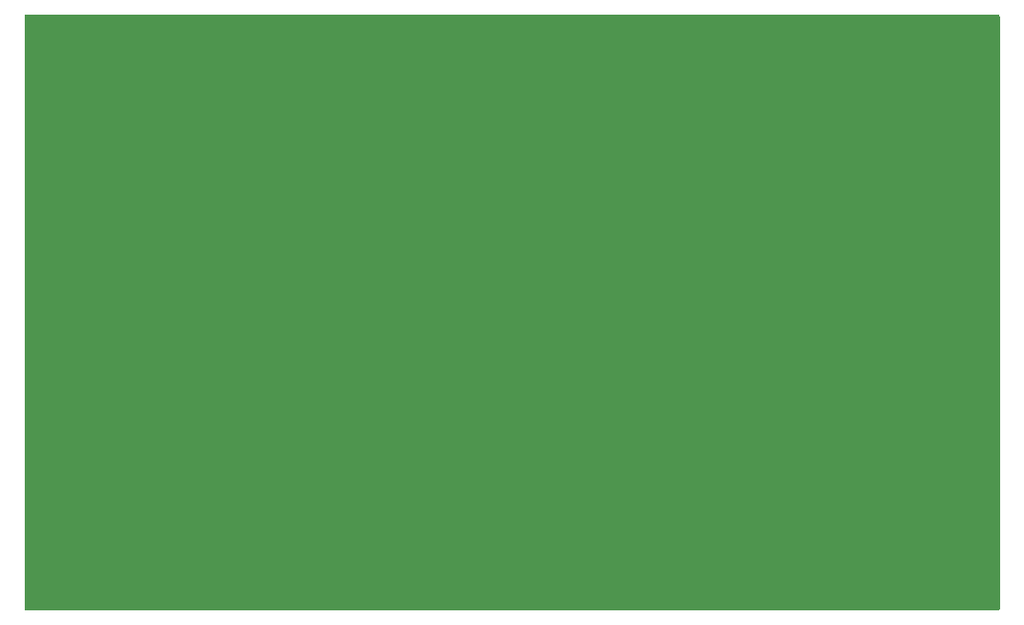
<source format=gbr>
%TF.GenerationSoftware,KiCad,Pcbnew,9.0.4*%
%TF.CreationDate,2025-09-19T12:27:40-04:00*%
%TF.ProjectId,viagrid_template,76696167-7269-4645-9f74-656d706c6174,rev?*%
%TF.SameCoordinates,Original*%
%TF.FileFunction,Copper,L1,Top*%
%TF.FilePolarity,Positive*%
%FSLAX46Y46*%
G04 Gerber Fmt 4.6, Leading zero omitted, Abs format (unit mm)*
G04 Created by KiCad (PCBNEW 9.0.4) date 2025-09-19 12:27:40*
%MOMM*%
%LPD*%
G01*
G04 APERTURE LIST*
G04 APERTURE END LIST*
%TA.AperFunction,Conductor*%
%TO.N,GND*%
G36*
X89942539Y54979815D02*
G01*
X89988294Y54927011D01*
X89999500Y54875500D01*
X89999500Y124500D01*
X89979815Y57461D01*
X89927011Y11706D01*
X89875500Y500D01*
X124500Y500D01*
X57461Y20185D01*
X11706Y72989D01*
X500Y124500D01*
X500Y54875500D01*
X20185Y54942539D01*
X72989Y54988294D01*
X124500Y54999500D01*
X89875500Y54999500D01*
X89942539Y54979815D01*
G37*
%TD.AperFunction*%
%TD*%
M02*

</source>
